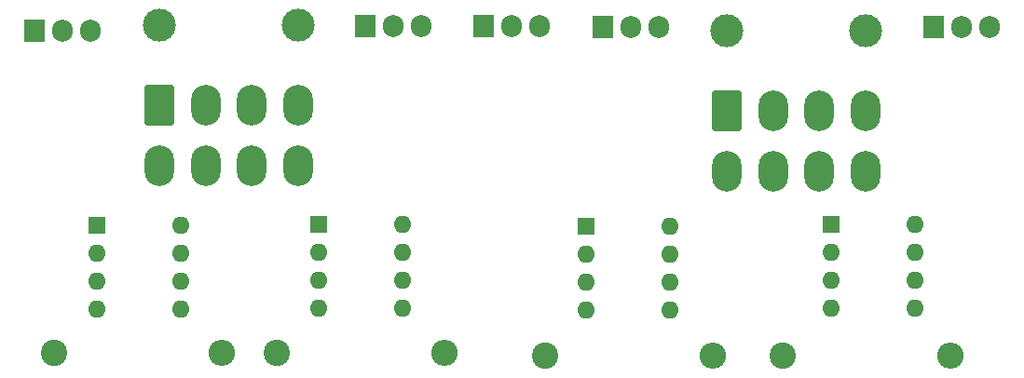
<source format=gbr>
%TF.GenerationSoftware,KiCad,Pcbnew,(6.0.1)*%
%TF.CreationDate,2022-11-02T05:09:56+00:00*%
%TF.ProjectId,Peak-And-Hold,5065616b-2d41-46e6-942d-486f6c642e6b,rev?*%
%TF.SameCoordinates,Original*%
%TF.FileFunction,Soldermask,Bot*%
%TF.FilePolarity,Negative*%
%FSLAX46Y46*%
G04 Gerber Fmt 4.6, Leading zero omitted, Abs format (unit mm)*
G04 Created by KiCad (PCBNEW (6.0.1)) date 2022-11-02 05:09:56*
%MOMM*%
%LPD*%
G01*
G04 APERTURE LIST*
G04 Aperture macros list*
%AMRoundRect*
0 Rectangle with rounded corners*
0 $1 Rounding radius*
0 $2 $3 $4 $5 $6 $7 $8 $9 X,Y pos of 4 corners*
0 Add a 4 corners polygon primitive as box body*
4,1,4,$2,$3,$4,$5,$6,$7,$8,$9,$2,$3,0*
0 Add four circle primitives for the rounded corners*
1,1,$1+$1,$2,$3*
1,1,$1+$1,$4,$5*
1,1,$1+$1,$6,$7*
1,1,$1+$1,$8,$9*
0 Add four rect primitives between the rounded corners*
20,1,$1+$1,$2,$3,$4,$5,0*
20,1,$1+$1,$4,$5,$6,$7,0*
20,1,$1+$1,$6,$7,$8,$9,0*
20,1,$1+$1,$8,$9,$2,$3,0*%
G04 Aperture macros list end*
%ADD10R,1.600000X1.600000*%
%ADD11O,1.600000X1.600000*%
%ADD12R,1.905000X2.000000*%
%ADD13O,1.905000X2.000000*%
%ADD14C,2.400000*%
%ADD15O,2.400000X2.400000*%
%ADD16C,3.000000*%
%ADD17RoundRect,0.250001X-1.099999X-1.599999X1.099999X-1.599999X1.099999X1.599999X-1.099999X1.599999X0*%
%ADD18O,2.700000X3.700000*%
G04 APERTURE END LIST*
D10*
%TO.C,U1*%
X62269401Y-83607355D03*
D11*
X62269401Y-86147355D03*
X62269401Y-88687355D03*
X62269401Y-91227355D03*
X69889401Y-91227355D03*
X69889401Y-88687355D03*
X69889401Y-86147355D03*
X69889401Y-83607355D03*
%TD*%
D12*
%TO.C,Q1*%
X56616654Y-65906190D03*
D13*
X59156654Y-65906190D03*
X61696654Y-65906190D03*
%TD*%
D10*
%TO.C,U2*%
X82372280Y-83557863D03*
D11*
X82372280Y-86097863D03*
X82372280Y-88637863D03*
X82372280Y-91177863D03*
X89992280Y-91177863D03*
X89992280Y-88637863D03*
X89992280Y-86097863D03*
X89992280Y-83557863D03*
%TD*%
D10*
%TO.C,U4*%
X129008548Y-83571767D03*
D11*
X129008548Y-86111767D03*
X129008548Y-88651767D03*
X129008548Y-91191767D03*
X136628548Y-91191767D03*
X136628548Y-88651767D03*
X136628548Y-86111767D03*
X136628548Y-83571767D03*
%TD*%
D14*
%TO.C,R4*%
X124557963Y-95466909D03*
D15*
X139797963Y-95466909D03*
%TD*%
D12*
%TO.C,Q5*%
X97417963Y-65555490D03*
D13*
X99957963Y-65555490D03*
X102497963Y-65555490D03*
%TD*%
D16*
%TO.C,J1*%
X67933527Y-65415678D03*
X80533527Y-65415678D03*
D17*
X67933527Y-72715678D03*
D18*
X72133527Y-72715678D03*
X76333527Y-72715678D03*
X80533527Y-72715678D03*
X67933527Y-78215678D03*
X72133527Y-78215678D03*
X76333527Y-78215678D03*
X80533527Y-78215678D03*
%TD*%
D14*
%TO.C,R2*%
X78578415Y-95229268D03*
D15*
X93818415Y-95229268D03*
%TD*%
D14*
%TO.C,R1*%
X58377270Y-95267591D03*
D15*
X73617270Y-95267591D03*
%TD*%
D16*
%TO.C,J2*%
X119502787Y-65901648D03*
X132102787Y-65901648D03*
D17*
X119502787Y-73201648D03*
D18*
X123702787Y-73201648D03*
X127902787Y-73201648D03*
X132102787Y-73201648D03*
X119502787Y-78701648D03*
X123702787Y-78701648D03*
X127902787Y-78701648D03*
X132102787Y-78701648D03*
%TD*%
D10*
%TO.C,U3*%
X106716249Y-83755460D03*
D11*
X106716249Y-86295460D03*
X106716249Y-88835460D03*
X106716249Y-91375460D03*
X114336249Y-91375460D03*
X114336249Y-88835460D03*
X114336249Y-86295460D03*
X114336249Y-83755460D03*
%TD*%
D12*
%TO.C,Q4*%
X138279781Y-65601430D03*
D13*
X140819781Y-65601430D03*
X143359781Y-65601430D03*
%TD*%
D12*
%TO.C,Q3*%
X108211612Y-65595248D03*
D13*
X110751612Y-65595248D03*
X113291612Y-65595248D03*
%TD*%
D14*
%TO.C,R3*%
X102955421Y-95502172D03*
D15*
X118195421Y-95502172D03*
%TD*%
D12*
%TO.C,Q2*%
X86653139Y-65544363D03*
D13*
X89193139Y-65544363D03*
X91733139Y-65544363D03*
%TD*%
M02*

</source>
